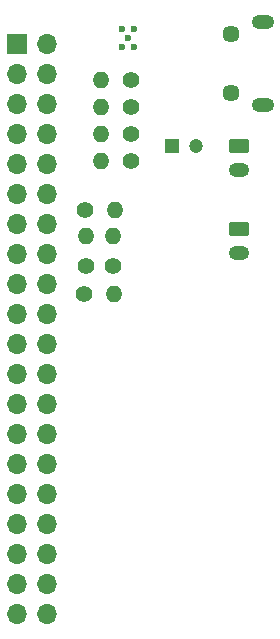
<source format=gts>
%TF.GenerationSoftware,KiCad,Pcbnew,7.0.2*%
%TF.CreationDate,2024-02-22T17:56:03+01:00*%
%TF.ProjectId,flowsense,666c6f77-7365-46e7-9365-2e6b69636164,rev?*%
%TF.SameCoordinates,Original*%
%TF.FileFunction,Soldermask,Top*%
%TF.FilePolarity,Negative*%
%FSLAX46Y46*%
G04 Gerber Fmt 4.6, Leading zero omitted, Abs format (unit mm)*
G04 Created by KiCad (PCBNEW 7.0.2) date 2024-02-22 17:56:03*
%MOMM*%
%LPD*%
G01*
G04 APERTURE LIST*
G04 Aperture macros list*
%AMRoundRect*
0 Rectangle with rounded corners*
0 $1 Rounding radius*
0 $2 $3 $4 $5 $6 $7 $8 $9 X,Y pos of 4 corners*
0 Add a 4 corners polygon primitive as box body*
4,1,4,$2,$3,$4,$5,$6,$7,$8,$9,$2,$3,0*
0 Add four circle primitives for the rounded corners*
1,1,$1+$1,$2,$3*
1,1,$1+$1,$4,$5*
1,1,$1+$1,$6,$7*
1,1,$1+$1,$8,$9*
0 Add four rect primitives between the rounded corners*
20,1,$1+$1,$2,$3,$4,$5,0*
20,1,$1+$1,$4,$5,$6,$7,0*
20,1,$1+$1,$6,$7,$8,$9,0*
20,1,$1+$1,$8,$9,$2,$3,0*%
G04 Aperture macros list end*
%ADD10R,1.700000X1.700000*%
%ADD11O,1.700000X1.700000*%
%ADD12C,1.400000*%
%ADD13O,1.400000X1.400000*%
%ADD14O,1.900000X1.200000*%
%ADD15C,1.450000*%
%ADD16RoundRect,0.250000X-0.625000X0.350000X-0.625000X-0.350000X0.625000X-0.350000X0.625000X0.350000X0*%
%ADD17O,1.750000X1.200000*%
%ADD18R,1.200000X1.200000*%
%ADD19C,1.200000*%
%ADD20C,0.600000*%
G04 APERTURE END LIST*
D10*
%TO.C,J1*%
X64008000Y-39624000D03*
D11*
X66548000Y-39624000D03*
X64008000Y-42164000D03*
X66548000Y-42164000D03*
X64008000Y-44704000D03*
X66548000Y-44704000D03*
X64008000Y-47244000D03*
X66548000Y-47244000D03*
X64008000Y-49784000D03*
X66548000Y-49784000D03*
X64008000Y-52324000D03*
X66548000Y-52324000D03*
X64008000Y-54864000D03*
X66548000Y-54864000D03*
X64008000Y-57404000D03*
X66548000Y-57404000D03*
X64008000Y-59944000D03*
X66548000Y-59944000D03*
X64008000Y-62484000D03*
X66548000Y-62484000D03*
X64008000Y-65024000D03*
X66548000Y-65024000D03*
X64008000Y-67564000D03*
X66548000Y-67564000D03*
X64008000Y-70104000D03*
X66548000Y-70104000D03*
X64008000Y-72644000D03*
X66548000Y-72644000D03*
X64008000Y-75184000D03*
X66548000Y-75184000D03*
X64008000Y-77724000D03*
X66548000Y-77724000D03*
X64008000Y-80264000D03*
X66548000Y-80264000D03*
X64008000Y-82804000D03*
X66548000Y-82804000D03*
X64008000Y-85344000D03*
X66548000Y-85344000D03*
X64008000Y-87884000D03*
X66548000Y-87884000D03*
%TD*%
D12*
%TO.C,R8*%
X73660000Y-45000000D03*
D13*
X71120000Y-45000000D03*
%TD*%
D12*
%TO.C,R6*%
X73660000Y-42672000D03*
D13*
X71120000Y-42672000D03*
%TD*%
D12*
%TO.C,R4*%
X69850000Y-58420000D03*
D13*
X69850000Y-55880000D03*
%TD*%
D14*
%TO.C,J3*%
X84836000Y-37815000D03*
D15*
X82136000Y-38815000D03*
X82136000Y-43815000D03*
D14*
X84836000Y-44815000D03*
%TD*%
D12*
%TO.C,R2*%
X73660000Y-49530000D03*
D13*
X71120000Y-49530000D03*
%TD*%
D12*
%TO.C,R3*%
X69723000Y-60833000D03*
D13*
X72263000Y-60833000D03*
%TD*%
D12*
%TO.C,R1*%
X72136000Y-58420000D03*
D13*
X72136000Y-55880000D03*
%TD*%
D12*
%TO.C,R5*%
X73660000Y-47244000D03*
D13*
X71120000Y-47244000D03*
%TD*%
D16*
%TO.C,BATT*%
X82804000Y-48292000D03*
D17*
X82804000Y-50292000D03*
%TD*%
D16*
%TO.C,SOLAR*%
X82804000Y-55302400D03*
D17*
X82804000Y-57302400D03*
%TD*%
D12*
%TO.C,R7*%
X69747600Y-53695600D03*
D13*
X72287600Y-53695600D03*
%TD*%
D18*
%TO.C,C1*%
X77165200Y-48260000D03*
D19*
X79165200Y-48260000D03*
%TD*%
D20*
%TO.C,U2*%
X73910000Y-39866000D03*
X73910000Y-38366000D03*
X73410000Y-39116000D03*
X72910000Y-39866000D03*
X72910000Y-38366000D03*
%TD*%
M02*

</source>
